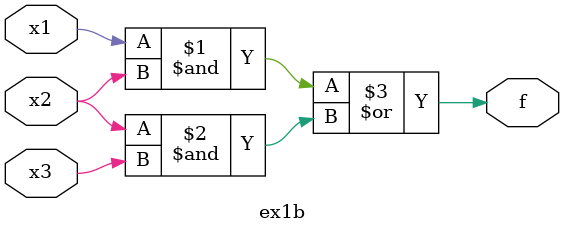
<source format=v>
module ex1b(x1, x2, x3, f);
input x1, x2, x3;
output f;
assign f = (x1 & x2) | (x2 & x3);
endmodule

</source>
